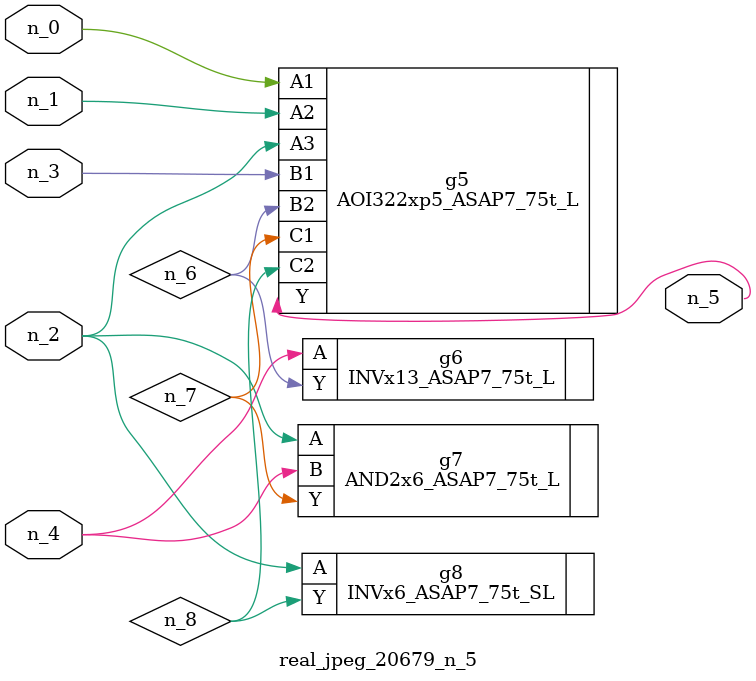
<source format=v>
module real_jpeg_20679_n_5 (n_4, n_0, n_1, n_2, n_3, n_5);

input n_4;
input n_0;
input n_1;
input n_2;
input n_3;

output n_5;

wire n_8;
wire n_6;
wire n_7;

AOI322xp5_ASAP7_75t_L g5 ( 
.A1(n_0),
.A2(n_1),
.A3(n_2),
.B1(n_3),
.B2(n_6),
.C1(n_7),
.C2(n_8),
.Y(n_5)
);

AND2x6_ASAP7_75t_L g7 ( 
.A(n_2),
.B(n_4),
.Y(n_7)
);

INVx6_ASAP7_75t_SL g8 ( 
.A(n_2),
.Y(n_8)
);

INVx13_ASAP7_75t_L g6 ( 
.A(n_4),
.Y(n_6)
);


endmodule
</source>
